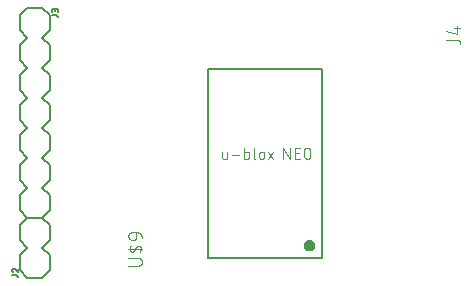
<source format=gbr>
G04 EAGLE Gerber RS-274X export*
G75*
%MOMM*%
%FSLAX34Y34*%
%LPD*%
%INSilkscreen Top*%
%IPPOS*%
%AMOC8*
5,1,8,0,0,1.08239X$1,22.5*%
G01*
%ADD10C,0.203200*%
%ADD11C,0.127000*%
%ADD12C,0.101600*%
%ADD13C,0.400000*%
%ADD14C,0.076200*%


D10*
X50800Y44450D02*
X50800Y57150D01*
X57150Y63500D01*
X69850Y63500D02*
X76200Y57150D01*
X57150Y63500D02*
X50800Y69850D01*
X50800Y82550D01*
X57150Y88900D01*
X69850Y88900D02*
X76200Y82550D01*
X76200Y69850D01*
X69850Y63500D01*
X69850Y38100D02*
X57150Y38100D01*
X50800Y44450D01*
X69850Y38100D02*
X76200Y44450D01*
X76200Y57150D01*
X69850Y88900D02*
X57150Y88900D01*
D11*
X47823Y40344D02*
X44069Y40344D01*
X47823Y40343D02*
X47888Y40341D01*
X47952Y40335D01*
X48016Y40325D01*
X48080Y40312D01*
X48142Y40294D01*
X48203Y40273D01*
X48263Y40249D01*
X48321Y40220D01*
X48378Y40188D01*
X48432Y40153D01*
X48484Y40115D01*
X48534Y40073D01*
X48581Y40029D01*
X48625Y39982D01*
X48667Y39932D01*
X48705Y39880D01*
X48740Y39826D01*
X48772Y39769D01*
X48801Y39711D01*
X48825Y39651D01*
X48846Y39590D01*
X48864Y39528D01*
X48877Y39464D01*
X48887Y39400D01*
X48893Y39336D01*
X48895Y39271D01*
X48895Y38735D01*
X44069Y44766D02*
X44071Y44834D01*
X44077Y44901D01*
X44086Y44968D01*
X44099Y45035D01*
X44116Y45100D01*
X44137Y45165D01*
X44161Y45228D01*
X44189Y45290D01*
X44220Y45350D01*
X44254Y45408D01*
X44292Y45464D01*
X44332Y45519D01*
X44376Y45570D01*
X44423Y45619D01*
X44472Y45666D01*
X44523Y45710D01*
X44578Y45750D01*
X44634Y45788D01*
X44692Y45822D01*
X44752Y45853D01*
X44814Y45881D01*
X44877Y45905D01*
X44942Y45926D01*
X45007Y45943D01*
X45074Y45956D01*
X45141Y45965D01*
X45208Y45971D01*
X45276Y45973D01*
X44069Y44766D02*
X44071Y44688D01*
X44077Y44610D01*
X44087Y44533D01*
X44100Y44456D01*
X44118Y44380D01*
X44139Y44305D01*
X44164Y44231D01*
X44193Y44159D01*
X44225Y44088D01*
X44261Y44019D01*
X44300Y43951D01*
X44343Y43886D01*
X44389Y43823D01*
X44438Y43762D01*
X44490Y43704D01*
X44545Y43649D01*
X44602Y43596D01*
X44662Y43547D01*
X44725Y43500D01*
X44790Y43457D01*
X44856Y43417D01*
X44925Y43380D01*
X44996Y43347D01*
X45068Y43317D01*
X45142Y43291D01*
X46214Y45571D02*
X46165Y45620D01*
X46113Y45667D01*
X46058Y45710D01*
X46001Y45751D01*
X45942Y45789D01*
X45881Y45823D01*
X45818Y45854D01*
X45754Y45882D01*
X45688Y45906D01*
X45622Y45926D01*
X45554Y45943D01*
X45485Y45956D01*
X45416Y45965D01*
X45346Y45971D01*
X45276Y45973D01*
X46214Y45571D02*
X48895Y43292D01*
X48895Y45973D01*
D10*
X76200Y95250D02*
X76200Y107950D01*
X76200Y95250D02*
X69850Y88900D01*
X57150Y88900D02*
X50800Y95250D01*
X76200Y133350D02*
X69850Y139700D01*
X76200Y133350D02*
X76200Y120650D01*
X69850Y114300D01*
X57150Y114300D02*
X50800Y120650D01*
X50800Y133350D01*
X57150Y139700D01*
X69850Y114300D02*
X76200Y107950D01*
X57150Y114300D02*
X50800Y107950D01*
X50800Y95250D01*
X76200Y171450D02*
X76200Y184150D01*
X76200Y171450D02*
X69850Y165100D01*
X57150Y165100D02*
X50800Y171450D01*
X69850Y165100D02*
X76200Y158750D01*
X76200Y146050D01*
X69850Y139700D01*
X57150Y139700D02*
X50800Y146050D01*
X50800Y158750D01*
X57150Y165100D01*
X76200Y209550D02*
X69850Y215900D01*
X76200Y209550D02*
X76200Y196850D01*
X69850Y190500D01*
X57150Y190500D02*
X50800Y196850D01*
X50800Y209550D01*
X57150Y215900D01*
X69850Y190500D02*
X76200Y184150D01*
X57150Y190500D02*
X50800Y184150D01*
X50800Y171450D01*
X76200Y247650D02*
X76200Y260350D01*
X76200Y247650D02*
X69850Y241300D01*
X57150Y241300D02*
X50800Y247650D01*
X69850Y241300D02*
X76200Y234950D01*
X76200Y222250D01*
X69850Y215900D01*
X57150Y215900D02*
X50800Y222250D01*
X50800Y234950D01*
X57150Y241300D01*
X57150Y266700D02*
X69850Y266700D01*
X76200Y260350D01*
X57150Y266700D02*
X50800Y260350D01*
X50800Y247650D01*
X57150Y88900D02*
X69850Y88900D01*
D11*
X78105Y260436D02*
X81859Y260436D01*
X81924Y260434D01*
X81988Y260428D01*
X82052Y260418D01*
X82116Y260405D01*
X82178Y260387D01*
X82239Y260366D01*
X82299Y260342D01*
X82357Y260313D01*
X82414Y260281D01*
X82468Y260246D01*
X82520Y260208D01*
X82570Y260166D01*
X82617Y260122D01*
X82661Y260075D01*
X82703Y260025D01*
X82741Y259973D01*
X82776Y259919D01*
X82808Y259862D01*
X82837Y259804D01*
X82861Y259744D01*
X82882Y259683D01*
X82900Y259621D01*
X82913Y259557D01*
X82923Y259493D01*
X82929Y259429D01*
X82931Y259364D01*
X82931Y258827D01*
X82931Y263384D02*
X82931Y264724D01*
X82929Y264795D01*
X82923Y264867D01*
X82914Y264937D01*
X82901Y265007D01*
X82884Y265077D01*
X82863Y265145D01*
X82839Y265212D01*
X82811Y265278D01*
X82780Y265342D01*
X82745Y265405D01*
X82707Y265465D01*
X82666Y265524D01*
X82622Y265580D01*
X82575Y265634D01*
X82526Y265685D01*
X82473Y265733D01*
X82418Y265779D01*
X82361Y265821D01*
X82301Y265861D01*
X82240Y265897D01*
X82176Y265930D01*
X82111Y265959D01*
X82045Y265985D01*
X81977Y266008D01*
X81908Y266027D01*
X81838Y266042D01*
X81768Y266053D01*
X81697Y266061D01*
X81626Y266065D01*
X81554Y266065D01*
X81483Y266061D01*
X81412Y266053D01*
X81342Y266042D01*
X81272Y266027D01*
X81203Y266008D01*
X81135Y265985D01*
X81069Y265959D01*
X81004Y265930D01*
X80940Y265897D01*
X80879Y265861D01*
X80819Y265821D01*
X80762Y265779D01*
X80707Y265733D01*
X80654Y265685D01*
X80605Y265634D01*
X80558Y265580D01*
X80514Y265524D01*
X80473Y265465D01*
X80435Y265405D01*
X80400Y265342D01*
X80369Y265278D01*
X80341Y265212D01*
X80317Y265145D01*
X80296Y265077D01*
X80279Y265007D01*
X80266Y264937D01*
X80257Y264867D01*
X80251Y264795D01*
X80249Y264724D01*
X78105Y264993D02*
X78105Y263384D01*
X78105Y264993D02*
X78107Y265058D01*
X78113Y265122D01*
X78123Y265186D01*
X78136Y265250D01*
X78154Y265312D01*
X78175Y265373D01*
X78199Y265433D01*
X78228Y265491D01*
X78260Y265548D01*
X78295Y265602D01*
X78333Y265654D01*
X78375Y265704D01*
X78419Y265751D01*
X78466Y265795D01*
X78516Y265837D01*
X78568Y265875D01*
X78622Y265910D01*
X78679Y265942D01*
X78737Y265971D01*
X78797Y265995D01*
X78858Y266016D01*
X78920Y266034D01*
X78984Y266047D01*
X79048Y266057D01*
X79112Y266063D01*
X79177Y266065D01*
X79242Y266063D01*
X79306Y266057D01*
X79370Y266047D01*
X79434Y266034D01*
X79496Y266016D01*
X79557Y265995D01*
X79617Y265971D01*
X79675Y265942D01*
X79732Y265910D01*
X79786Y265875D01*
X79838Y265837D01*
X79888Y265795D01*
X79935Y265751D01*
X79979Y265704D01*
X80021Y265654D01*
X80059Y265602D01*
X80094Y265548D01*
X80126Y265491D01*
X80155Y265433D01*
X80179Y265373D01*
X80200Y265312D01*
X80218Y265250D01*
X80231Y265186D01*
X80241Y265122D01*
X80247Y265058D01*
X80249Y264993D01*
X80250Y264993D02*
X80250Y263920D01*
D12*
X411798Y239713D02*
X420886Y239713D01*
X420886Y239712D02*
X420985Y239710D01*
X421085Y239704D01*
X421184Y239695D01*
X421282Y239682D01*
X421380Y239665D01*
X421478Y239644D01*
X421574Y239619D01*
X421669Y239591D01*
X421763Y239559D01*
X421856Y239524D01*
X421948Y239485D01*
X422038Y239442D01*
X422126Y239397D01*
X422213Y239347D01*
X422297Y239295D01*
X422380Y239239D01*
X422460Y239181D01*
X422538Y239119D01*
X422613Y239054D01*
X422686Y238986D01*
X422756Y238916D01*
X422824Y238843D01*
X422889Y238768D01*
X422951Y238690D01*
X423009Y238610D01*
X423065Y238527D01*
X423117Y238443D01*
X423167Y238356D01*
X423212Y238268D01*
X423255Y238178D01*
X423294Y238086D01*
X423329Y237993D01*
X423361Y237899D01*
X423389Y237804D01*
X423414Y237708D01*
X423435Y237610D01*
X423452Y237512D01*
X423465Y237414D01*
X423474Y237315D01*
X423480Y237215D01*
X423482Y237116D01*
X423482Y235818D01*
X420886Y244986D02*
X411798Y247583D01*
X420886Y244986D02*
X420886Y251477D01*
X418289Y249530D02*
X423482Y249530D01*
D11*
X306300Y214700D02*
X209700Y214700D01*
X209700Y54700D01*
X306300Y54700D01*
X306300Y214700D01*
D13*
X292900Y65800D02*
X292902Y65899D01*
X292908Y65999D01*
X292918Y66098D01*
X292932Y66196D01*
X292949Y66294D01*
X292971Y66391D01*
X292996Y66487D01*
X293025Y66582D01*
X293058Y66676D01*
X293095Y66768D01*
X293135Y66859D01*
X293179Y66948D01*
X293227Y67036D01*
X293278Y67121D01*
X293332Y67204D01*
X293389Y67286D01*
X293450Y67364D01*
X293514Y67441D01*
X293580Y67514D01*
X293650Y67585D01*
X293722Y67653D01*
X293797Y67719D01*
X293875Y67781D01*
X293955Y67840D01*
X294037Y67896D01*
X294121Y67948D01*
X294208Y67997D01*
X294296Y68043D01*
X294386Y68085D01*
X294478Y68124D01*
X294571Y68159D01*
X294665Y68190D01*
X294761Y68217D01*
X294858Y68240D01*
X294955Y68260D01*
X295053Y68276D01*
X295152Y68288D01*
X295251Y68296D01*
X295350Y68300D01*
X295450Y68300D01*
X295549Y68296D01*
X295648Y68288D01*
X295747Y68276D01*
X295845Y68260D01*
X295942Y68240D01*
X296039Y68217D01*
X296135Y68190D01*
X296229Y68159D01*
X296322Y68124D01*
X296414Y68085D01*
X296504Y68043D01*
X296592Y67997D01*
X296679Y67948D01*
X296763Y67896D01*
X296845Y67840D01*
X296925Y67781D01*
X297003Y67719D01*
X297078Y67653D01*
X297150Y67585D01*
X297220Y67514D01*
X297286Y67441D01*
X297350Y67364D01*
X297411Y67286D01*
X297468Y67204D01*
X297522Y67121D01*
X297573Y67036D01*
X297621Y66948D01*
X297665Y66859D01*
X297705Y66768D01*
X297742Y66676D01*
X297775Y66582D01*
X297804Y66487D01*
X297829Y66391D01*
X297851Y66294D01*
X297868Y66196D01*
X297882Y66098D01*
X297892Y65999D01*
X297898Y65899D01*
X297900Y65800D01*
X297898Y65701D01*
X297892Y65601D01*
X297882Y65502D01*
X297868Y65404D01*
X297851Y65306D01*
X297829Y65209D01*
X297804Y65113D01*
X297775Y65018D01*
X297742Y64924D01*
X297705Y64832D01*
X297665Y64741D01*
X297621Y64652D01*
X297573Y64564D01*
X297522Y64479D01*
X297468Y64396D01*
X297411Y64314D01*
X297350Y64236D01*
X297286Y64159D01*
X297220Y64086D01*
X297150Y64015D01*
X297078Y63947D01*
X297003Y63881D01*
X296925Y63819D01*
X296845Y63760D01*
X296763Y63704D01*
X296679Y63652D01*
X296592Y63603D01*
X296504Y63557D01*
X296414Y63515D01*
X296322Y63476D01*
X296229Y63441D01*
X296135Y63410D01*
X296039Y63383D01*
X295942Y63360D01*
X295845Y63340D01*
X295747Y63324D01*
X295648Y63312D01*
X295549Y63304D01*
X295450Y63300D01*
X295350Y63300D01*
X295251Y63304D01*
X295152Y63312D01*
X295053Y63324D01*
X294955Y63340D01*
X294858Y63360D01*
X294761Y63383D01*
X294665Y63410D01*
X294571Y63441D01*
X294478Y63476D01*
X294386Y63515D01*
X294296Y63557D01*
X294208Y63603D01*
X294121Y63652D01*
X294037Y63704D01*
X293955Y63760D01*
X293875Y63819D01*
X293797Y63881D01*
X293722Y63947D01*
X293650Y64015D01*
X293580Y64086D01*
X293514Y64159D01*
X293450Y64236D01*
X293389Y64314D01*
X293332Y64396D01*
X293278Y64479D01*
X293227Y64564D01*
X293179Y64652D01*
X293135Y64741D01*
X293095Y64832D01*
X293058Y64924D01*
X293025Y65018D01*
X292996Y65113D01*
X292971Y65209D01*
X292949Y65306D01*
X292932Y65404D01*
X292918Y65502D01*
X292908Y65601D01*
X292902Y65701D01*
X292900Y65800D01*
D14*
X221716Y140487D02*
X221716Y145186D01*
X221717Y140487D02*
X221719Y140410D01*
X221725Y140334D01*
X221734Y140257D01*
X221747Y140181D01*
X221764Y140106D01*
X221784Y140032D01*
X221809Y139959D01*
X221836Y139888D01*
X221867Y139817D01*
X221902Y139749D01*
X221940Y139682D01*
X221981Y139617D01*
X222025Y139554D01*
X222072Y139494D01*
X222123Y139435D01*
X222176Y139380D01*
X222231Y139327D01*
X222290Y139276D01*
X222350Y139229D01*
X222413Y139185D01*
X222478Y139144D01*
X222545Y139106D01*
X222613Y139071D01*
X222684Y139040D01*
X222755Y139013D01*
X222828Y138988D01*
X222902Y138968D01*
X222977Y138951D01*
X223053Y138938D01*
X223130Y138929D01*
X223206Y138923D01*
X223283Y138921D01*
X225893Y138921D01*
X225893Y145186D01*
X230121Y142576D02*
X236386Y142576D01*
X240660Y138921D02*
X240660Y148319D01*
X240660Y138921D02*
X243270Y138921D01*
X243347Y138923D01*
X243423Y138929D01*
X243500Y138938D01*
X243576Y138951D01*
X243651Y138968D01*
X243725Y138988D01*
X243798Y139013D01*
X243869Y139040D01*
X243940Y139071D01*
X244008Y139106D01*
X244075Y139144D01*
X244140Y139185D01*
X244203Y139229D01*
X244263Y139276D01*
X244322Y139327D01*
X244377Y139380D01*
X244430Y139435D01*
X244481Y139494D01*
X244528Y139554D01*
X244572Y139617D01*
X244613Y139682D01*
X244651Y139749D01*
X244686Y139817D01*
X244717Y139888D01*
X244744Y139959D01*
X244769Y140032D01*
X244789Y140106D01*
X244806Y140181D01*
X244819Y140257D01*
X244828Y140333D01*
X244834Y140410D01*
X244836Y140487D01*
X244836Y143620D01*
X244834Y143697D01*
X244828Y143773D01*
X244819Y143850D01*
X244806Y143926D01*
X244789Y144001D01*
X244769Y144075D01*
X244744Y144148D01*
X244717Y144219D01*
X244686Y144290D01*
X244651Y144358D01*
X244613Y144425D01*
X244572Y144490D01*
X244528Y144553D01*
X244481Y144613D01*
X244430Y144672D01*
X244377Y144727D01*
X244322Y144780D01*
X244263Y144831D01*
X244203Y144878D01*
X244140Y144922D01*
X244075Y144963D01*
X244008Y145001D01*
X243940Y145036D01*
X243869Y145067D01*
X243798Y145094D01*
X243725Y145119D01*
X243651Y145139D01*
X243576Y145156D01*
X243500Y145169D01*
X243423Y145178D01*
X243347Y145184D01*
X243270Y145186D01*
X240660Y145186D01*
X248664Y148319D02*
X248664Y140487D01*
X248666Y140410D01*
X248672Y140334D01*
X248681Y140257D01*
X248694Y140181D01*
X248711Y140106D01*
X248731Y140032D01*
X248756Y139959D01*
X248783Y139888D01*
X248814Y139817D01*
X248849Y139749D01*
X248887Y139682D01*
X248928Y139617D01*
X248972Y139554D01*
X249019Y139494D01*
X249070Y139435D01*
X249123Y139380D01*
X249178Y139327D01*
X249237Y139276D01*
X249297Y139229D01*
X249360Y139185D01*
X249425Y139144D01*
X249492Y139106D01*
X249560Y139071D01*
X249631Y139040D01*
X249702Y139013D01*
X249775Y138988D01*
X249849Y138968D01*
X249924Y138951D01*
X250000Y138938D01*
X250077Y138929D01*
X250153Y138923D01*
X250230Y138921D01*
X253415Y141009D02*
X253415Y143098D01*
X253416Y143098D02*
X253418Y143188D01*
X253424Y143277D01*
X253433Y143367D01*
X253447Y143456D01*
X253464Y143544D01*
X253485Y143631D01*
X253510Y143718D01*
X253539Y143803D01*
X253571Y143887D01*
X253606Y143969D01*
X253646Y144050D01*
X253688Y144129D01*
X253734Y144206D01*
X253784Y144281D01*
X253836Y144354D01*
X253892Y144425D01*
X253950Y144493D01*
X254012Y144558D01*
X254076Y144621D01*
X254143Y144681D01*
X254212Y144738D01*
X254284Y144792D01*
X254358Y144843D01*
X254434Y144891D01*
X254512Y144935D01*
X254592Y144976D01*
X254674Y145014D01*
X254757Y145048D01*
X254842Y145078D01*
X254928Y145105D01*
X255014Y145128D01*
X255102Y145147D01*
X255191Y145162D01*
X255280Y145174D01*
X255369Y145182D01*
X255459Y145186D01*
X255549Y145186D01*
X255639Y145182D01*
X255728Y145174D01*
X255817Y145162D01*
X255906Y145147D01*
X255994Y145128D01*
X256080Y145105D01*
X256166Y145078D01*
X256251Y145048D01*
X256334Y145014D01*
X256416Y144976D01*
X256496Y144935D01*
X256574Y144891D01*
X256650Y144843D01*
X256724Y144792D01*
X256796Y144738D01*
X256865Y144681D01*
X256932Y144621D01*
X256996Y144558D01*
X257058Y144493D01*
X257116Y144425D01*
X257172Y144354D01*
X257224Y144281D01*
X257274Y144206D01*
X257320Y144129D01*
X257362Y144050D01*
X257402Y143969D01*
X257437Y143887D01*
X257469Y143803D01*
X257498Y143718D01*
X257523Y143631D01*
X257544Y143544D01*
X257561Y143456D01*
X257575Y143367D01*
X257584Y143277D01*
X257590Y143188D01*
X257592Y143098D01*
X257592Y141009D01*
X257590Y140919D01*
X257584Y140830D01*
X257575Y140740D01*
X257561Y140651D01*
X257544Y140563D01*
X257523Y140476D01*
X257498Y140389D01*
X257469Y140304D01*
X257437Y140220D01*
X257402Y140138D01*
X257362Y140057D01*
X257320Y139978D01*
X257274Y139901D01*
X257224Y139826D01*
X257172Y139753D01*
X257116Y139682D01*
X257058Y139614D01*
X256996Y139549D01*
X256932Y139486D01*
X256865Y139426D01*
X256796Y139369D01*
X256724Y139315D01*
X256650Y139264D01*
X256574Y139216D01*
X256496Y139172D01*
X256416Y139131D01*
X256334Y139093D01*
X256251Y139059D01*
X256166Y139029D01*
X256080Y139002D01*
X255994Y138979D01*
X255906Y138960D01*
X255817Y138945D01*
X255728Y138933D01*
X255639Y138925D01*
X255549Y138921D01*
X255459Y138921D01*
X255369Y138925D01*
X255280Y138933D01*
X255191Y138945D01*
X255102Y138960D01*
X255014Y138979D01*
X254928Y139002D01*
X254842Y139029D01*
X254757Y139059D01*
X254674Y139093D01*
X254592Y139131D01*
X254512Y139172D01*
X254434Y139216D01*
X254358Y139264D01*
X254284Y139315D01*
X254212Y139369D01*
X254143Y139426D01*
X254076Y139486D01*
X254012Y139549D01*
X253950Y139614D01*
X253892Y139682D01*
X253836Y139753D01*
X253784Y139826D01*
X253734Y139901D01*
X253688Y139978D01*
X253646Y140057D01*
X253606Y140138D01*
X253571Y140220D01*
X253539Y140304D01*
X253510Y140389D01*
X253485Y140476D01*
X253464Y140563D01*
X253447Y140651D01*
X253433Y140740D01*
X253424Y140830D01*
X253418Y140919D01*
X253416Y141009D01*
X261035Y138921D02*
X265212Y145186D01*
X261035Y145186D02*
X265212Y138921D01*
X273924Y138921D02*
X273924Y148319D01*
X279145Y138921D01*
X279145Y148319D01*
X283695Y138921D02*
X287872Y138921D01*
X283695Y138921D02*
X283695Y148319D01*
X287872Y148319D01*
X286828Y144142D02*
X283695Y144142D01*
X291298Y145708D02*
X291298Y141532D01*
X291297Y145708D02*
X291299Y145809D01*
X291305Y145910D01*
X291315Y146011D01*
X291328Y146111D01*
X291346Y146211D01*
X291367Y146310D01*
X291393Y146408D01*
X291422Y146505D01*
X291454Y146601D01*
X291491Y146695D01*
X291531Y146788D01*
X291575Y146880D01*
X291622Y146969D01*
X291673Y147057D01*
X291727Y147143D01*
X291784Y147226D01*
X291844Y147308D01*
X291908Y147386D01*
X291974Y147463D01*
X292044Y147536D01*
X292116Y147607D01*
X292191Y147675D01*
X292269Y147740D01*
X292349Y147802D01*
X292431Y147861D01*
X292516Y147917D01*
X292603Y147969D01*
X292691Y148018D01*
X292782Y148064D01*
X292874Y148105D01*
X292968Y148144D01*
X293063Y148178D01*
X293159Y148209D01*
X293257Y148236D01*
X293355Y148260D01*
X293455Y148279D01*
X293555Y148295D01*
X293655Y148307D01*
X293756Y148315D01*
X293857Y148319D01*
X293959Y148319D01*
X294060Y148315D01*
X294161Y148307D01*
X294261Y148295D01*
X294361Y148279D01*
X294461Y148260D01*
X294559Y148236D01*
X294657Y148209D01*
X294753Y148178D01*
X294848Y148144D01*
X294942Y148105D01*
X295034Y148064D01*
X295125Y148018D01*
X295214Y147969D01*
X295300Y147917D01*
X295385Y147861D01*
X295467Y147802D01*
X295547Y147740D01*
X295625Y147675D01*
X295700Y147607D01*
X295772Y147536D01*
X295842Y147463D01*
X295908Y147386D01*
X295972Y147308D01*
X296032Y147226D01*
X296089Y147143D01*
X296143Y147057D01*
X296194Y146969D01*
X296241Y146880D01*
X296285Y146788D01*
X296325Y146695D01*
X296362Y146601D01*
X296394Y146505D01*
X296423Y146408D01*
X296449Y146310D01*
X296470Y146211D01*
X296488Y146111D01*
X296501Y146011D01*
X296511Y145910D01*
X296517Y145809D01*
X296519Y145708D01*
X296519Y141532D01*
X296517Y141431D01*
X296511Y141330D01*
X296501Y141229D01*
X296488Y141129D01*
X296470Y141029D01*
X296449Y140930D01*
X296423Y140832D01*
X296394Y140735D01*
X296362Y140639D01*
X296325Y140545D01*
X296285Y140452D01*
X296241Y140360D01*
X296194Y140271D01*
X296143Y140183D01*
X296089Y140097D01*
X296032Y140014D01*
X295972Y139932D01*
X295908Y139854D01*
X295842Y139777D01*
X295772Y139704D01*
X295700Y139633D01*
X295625Y139565D01*
X295547Y139500D01*
X295467Y139438D01*
X295385Y139379D01*
X295300Y139323D01*
X295213Y139271D01*
X295125Y139222D01*
X295034Y139176D01*
X294942Y139135D01*
X294848Y139096D01*
X294753Y139062D01*
X294657Y139031D01*
X294559Y139004D01*
X294461Y138980D01*
X294361Y138961D01*
X294261Y138945D01*
X294161Y138933D01*
X294060Y138925D01*
X293959Y138921D01*
X293857Y138921D01*
X293756Y138925D01*
X293655Y138933D01*
X293555Y138945D01*
X293455Y138961D01*
X293355Y138980D01*
X293257Y139004D01*
X293159Y139031D01*
X293063Y139062D01*
X292968Y139096D01*
X292874Y139135D01*
X292782Y139176D01*
X292691Y139222D01*
X292603Y139271D01*
X292516Y139323D01*
X292431Y139379D01*
X292349Y139438D01*
X292269Y139500D01*
X292191Y139565D01*
X292116Y139633D01*
X292044Y139704D01*
X291974Y139777D01*
X291908Y139854D01*
X291844Y139932D01*
X291784Y140014D01*
X291727Y140097D01*
X291673Y140183D01*
X291622Y140271D01*
X291575Y140360D01*
X291531Y140452D01*
X291491Y140545D01*
X291454Y140639D01*
X291422Y140735D01*
X291393Y140832D01*
X291367Y140930D01*
X291346Y141029D01*
X291328Y141129D01*
X291315Y141229D01*
X291305Y141330D01*
X291299Y141431D01*
X291297Y141532D01*
D12*
X151026Y48594D02*
X142588Y48594D01*
X151026Y48593D02*
X151139Y48595D01*
X151252Y48601D01*
X151365Y48611D01*
X151478Y48625D01*
X151590Y48642D01*
X151701Y48664D01*
X151811Y48689D01*
X151921Y48719D01*
X152029Y48752D01*
X152136Y48789D01*
X152242Y48829D01*
X152346Y48874D01*
X152449Y48922D01*
X152550Y48973D01*
X152649Y49028D01*
X152746Y49086D01*
X152841Y49148D01*
X152934Y49213D01*
X153024Y49281D01*
X153112Y49352D01*
X153198Y49427D01*
X153281Y49504D01*
X153361Y49584D01*
X153438Y49667D01*
X153513Y49753D01*
X153584Y49841D01*
X153652Y49931D01*
X153717Y50024D01*
X153779Y50119D01*
X153837Y50216D01*
X153892Y50315D01*
X153943Y50416D01*
X153991Y50519D01*
X154036Y50623D01*
X154076Y50729D01*
X154113Y50836D01*
X154146Y50944D01*
X154176Y51054D01*
X154201Y51164D01*
X154223Y51275D01*
X154240Y51387D01*
X154254Y51500D01*
X154264Y51613D01*
X154270Y51726D01*
X154272Y51839D01*
X154270Y51952D01*
X154264Y52065D01*
X154254Y52178D01*
X154240Y52291D01*
X154223Y52403D01*
X154201Y52514D01*
X154176Y52624D01*
X154146Y52734D01*
X154113Y52842D01*
X154076Y52949D01*
X154036Y53055D01*
X153991Y53159D01*
X153943Y53262D01*
X153892Y53363D01*
X153837Y53462D01*
X153779Y53559D01*
X153717Y53654D01*
X153652Y53747D01*
X153584Y53837D01*
X153513Y53925D01*
X153438Y54011D01*
X153361Y54094D01*
X153281Y54174D01*
X153198Y54251D01*
X153112Y54326D01*
X153024Y54397D01*
X152934Y54465D01*
X152841Y54530D01*
X152746Y54592D01*
X152649Y54650D01*
X152550Y54705D01*
X152449Y54756D01*
X152346Y54804D01*
X152242Y54849D01*
X152136Y54889D01*
X152029Y54926D01*
X151921Y54959D01*
X151811Y54989D01*
X151701Y55014D01*
X151590Y55036D01*
X151478Y55053D01*
X151365Y55067D01*
X151252Y55077D01*
X151139Y55083D01*
X151026Y55085D01*
X142588Y55085D01*
X142588Y62888D02*
X154272Y62888D01*
X148430Y62888D02*
X147456Y61266D01*
X147457Y61265D02*
X147410Y61192D01*
X147361Y61121D01*
X147308Y61052D01*
X147252Y60985D01*
X147193Y60921D01*
X147132Y60859D01*
X147068Y60801D01*
X147001Y60745D01*
X146932Y60693D01*
X146860Y60643D01*
X146786Y60597D01*
X146711Y60554D01*
X146633Y60515D01*
X146554Y60479D01*
X146473Y60447D01*
X146391Y60418D01*
X146308Y60393D01*
X146224Y60372D01*
X146139Y60355D01*
X146053Y60341D01*
X145967Y60332D01*
X145880Y60326D01*
X145793Y60324D01*
X145706Y60326D01*
X145619Y60332D01*
X145533Y60342D01*
X145447Y60355D01*
X145362Y60373D01*
X145278Y60394D01*
X145195Y60419D01*
X145112Y60448D01*
X145032Y60480D01*
X144953Y60516D01*
X144875Y60555D01*
X144800Y60598D01*
X144726Y60645D01*
X144655Y60694D01*
X144585Y60747D01*
X144519Y60802D01*
X144455Y60861D01*
X144393Y60922D01*
X144334Y60986D01*
X144279Y61053D01*
X144226Y61122D01*
X144176Y61194D01*
X144130Y61267D01*
X144087Y61343D01*
X144048Y61420D01*
X144012Y61499D01*
X143979Y61580D01*
X143951Y61662D01*
X143925Y61745D01*
X143904Y61829D01*
X143887Y61914D01*
X143886Y61915D02*
X143862Y62055D01*
X143842Y62197D01*
X143826Y62338D01*
X143815Y62480D01*
X143807Y62623D01*
X143803Y62765D01*
X143802Y62908D01*
X143806Y63051D01*
X143814Y63193D01*
X143826Y63335D01*
X143842Y63477D01*
X143861Y63618D01*
X143885Y63759D01*
X143912Y63899D01*
X143944Y64038D01*
X143979Y64176D01*
X144018Y64314D01*
X144061Y64450D01*
X144107Y64584D01*
X144158Y64718D01*
X144211Y64850D01*
X144269Y64980D01*
X144330Y65109D01*
X144395Y65236D01*
X144463Y65362D01*
X144535Y65485D01*
X148430Y62888D02*
X149404Y64511D01*
X149403Y64512D02*
X149450Y64585D01*
X149499Y64656D01*
X149552Y64726D01*
X149608Y64792D01*
X149667Y64856D01*
X149728Y64918D01*
X149792Y64976D01*
X149859Y65032D01*
X149928Y65084D01*
X150000Y65134D01*
X150074Y65180D01*
X150149Y65223D01*
X150227Y65262D01*
X150306Y65298D01*
X150387Y65330D01*
X150469Y65359D01*
X150552Y65384D01*
X150636Y65405D01*
X150721Y65422D01*
X150807Y65436D01*
X150894Y65445D01*
X150980Y65451D01*
X151067Y65453D01*
X151154Y65451D01*
X151241Y65445D01*
X151327Y65435D01*
X151413Y65422D01*
X151498Y65404D01*
X151582Y65383D01*
X151665Y65358D01*
X151748Y65329D01*
X151828Y65297D01*
X151907Y65261D01*
X151985Y65222D01*
X152060Y65179D01*
X152134Y65132D01*
X152205Y65083D01*
X152275Y65030D01*
X152341Y64975D01*
X152405Y64916D01*
X152467Y64855D01*
X152526Y64790D01*
X152581Y64724D01*
X152634Y64655D01*
X152684Y64583D01*
X152730Y64510D01*
X152773Y64434D01*
X152812Y64357D01*
X152848Y64278D01*
X152881Y64197D01*
X152909Y64115D01*
X152935Y64032D01*
X152956Y63948D01*
X152973Y63862D01*
X152974Y63862D02*
X152998Y63722D01*
X153018Y63580D01*
X153034Y63439D01*
X153045Y63297D01*
X153053Y63154D01*
X153057Y63012D01*
X153058Y62869D01*
X153054Y62726D01*
X153046Y62584D01*
X153034Y62442D01*
X153018Y62300D01*
X152999Y62159D01*
X152975Y62018D01*
X152948Y61878D01*
X152916Y61739D01*
X152881Y61601D01*
X152842Y61463D01*
X152799Y61327D01*
X152753Y61193D01*
X152702Y61059D01*
X152649Y60927D01*
X152591Y60797D01*
X152530Y60668D01*
X152465Y60541D01*
X152397Y60415D01*
X152325Y60292D01*
X149079Y72907D02*
X149079Y76802D01*
X149079Y72907D02*
X149077Y72808D01*
X149071Y72708D01*
X149062Y72609D01*
X149049Y72511D01*
X149032Y72413D01*
X149011Y72315D01*
X148986Y72219D01*
X148958Y72124D01*
X148926Y72030D01*
X148891Y71937D01*
X148852Y71845D01*
X148809Y71755D01*
X148764Y71667D01*
X148714Y71580D01*
X148662Y71496D01*
X148606Y71413D01*
X148548Y71333D01*
X148486Y71255D01*
X148421Y71180D01*
X148353Y71107D01*
X148283Y71037D01*
X148210Y70969D01*
X148135Y70904D01*
X148057Y70842D01*
X147977Y70784D01*
X147894Y70728D01*
X147810Y70676D01*
X147723Y70626D01*
X147635Y70581D01*
X147545Y70538D01*
X147453Y70499D01*
X147360Y70464D01*
X147266Y70432D01*
X147171Y70404D01*
X147075Y70379D01*
X146977Y70358D01*
X146879Y70341D01*
X146781Y70328D01*
X146682Y70319D01*
X146582Y70313D01*
X146483Y70311D01*
X145834Y70311D01*
X145834Y70310D02*
X145721Y70312D01*
X145608Y70318D01*
X145495Y70328D01*
X145382Y70342D01*
X145270Y70359D01*
X145159Y70381D01*
X145049Y70406D01*
X144939Y70436D01*
X144831Y70469D01*
X144724Y70506D01*
X144618Y70546D01*
X144514Y70591D01*
X144411Y70639D01*
X144310Y70690D01*
X144211Y70745D01*
X144114Y70803D01*
X144019Y70865D01*
X143926Y70930D01*
X143836Y70998D01*
X143748Y71069D01*
X143662Y71144D01*
X143579Y71221D01*
X143499Y71301D01*
X143422Y71384D01*
X143347Y71470D01*
X143276Y71558D01*
X143208Y71648D01*
X143143Y71741D01*
X143081Y71836D01*
X143023Y71933D01*
X142968Y72032D01*
X142917Y72133D01*
X142869Y72236D01*
X142824Y72340D01*
X142784Y72446D01*
X142747Y72553D01*
X142714Y72661D01*
X142684Y72771D01*
X142659Y72881D01*
X142637Y72992D01*
X142620Y73104D01*
X142606Y73217D01*
X142596Y73330D01*
X142590Y73443D01*
X142588Y73556D01*
X142590Y73669D01*
X142596Y73782D01*
X142606Y73895D01*
X142620Y74008D01*
X142637Y74120D01*
X142659Y74231D01*
X142684Y74341D01*
X142714Y74451D01*
X142747Y74559D01*
X142784Y74666D01*
X142824Y74772D01*
X142869Y74876D01*
X142917Y74979D01*
X142968Y75080D01*
X143023Y75179D01*
X143081Y75276D01*
X143143Y75371D01*
X143208Y75464D01*
X143276Y75554D01*
X143347Y75642D01*
X143422Y75728D01*
X143499Y75811D01*
X143579Y75891D01*
X143662Y75968D01*
X143748Y76043D01*
X143836Y76114D01*
X143926Y76182D01*
X144019Y76247D01*
X144114Y76309D01*
X144211Y76367D01*
X144310Y76422D01*
X144411Y76473D01*
X144514Y76521D01*
X144618Y76566D01*
X144724Y76606D01*
X144831Y76643D01*
X144939Y76676D01*
X145049Y76706D01*
X145159Y76731D01*
X145270Y76753D01*
X145382Y76770D01*
X145495Y76784D01*
X145608Y76794D01*
X145721Y76800D01*
X145834Y76802D01*
X149079Y76802D01*
X149222Y76800D01*
X149365Y76794D01*
X149508Y76784D01*
X149650Y76770D01*
X149792Y76753D01*
X149934Y76731D01*
X150075Y76706D01*
X150215Y76676D01*
X150354Y76643D01*
X150492Y76606D01*
X150629Y76565D01*
X150765Y76521D01*
X150900Y76472D01*
X151033Y76420D01*
X151165Y76365D01*
X151295Y76305D01*
X151424Y76242D01*
X151551Y76176D01*
X151676Y76106D01*
X151798Y76033D01*
X151919Y75956D01*
X152038Y75876D01*
X152154Y75793D01*
X152269Y75707D01*
X152380Y75618D01*
X152490Y75525D01*
X152596Y75430D01*
X152700Y75331D01*
X152801Y75230D01*
X152900Y75126D01*
X152995Y75020D01*
X153088Y74910D01*
X153177Y74799D01*
X153263Y74684D01*
X153346Y74568D01*
X153426Y74449D01*
X153503Y74328D01*
X153576Y74206D01*
X153646Y74081D01*
X153712Y73954D01*
X153775Y73825D01*
X153835Y73695D01*
X153890Y73563D01*
X153942Y73430D01*
X153991Y73295D01*
X154035Y73159D01*
X154076Y73022D01*
X154113Y72884D01*
X154146Y72745D01*
X154176Y72605D01*
X154201Y72464D01*
X154223Y72322D01*
X154240Y72180D01*
X154254Y72038D01*
X154264Y71895D01*
X154270Y71752D01*
X154272Y71609D01*
M02*

</source>
